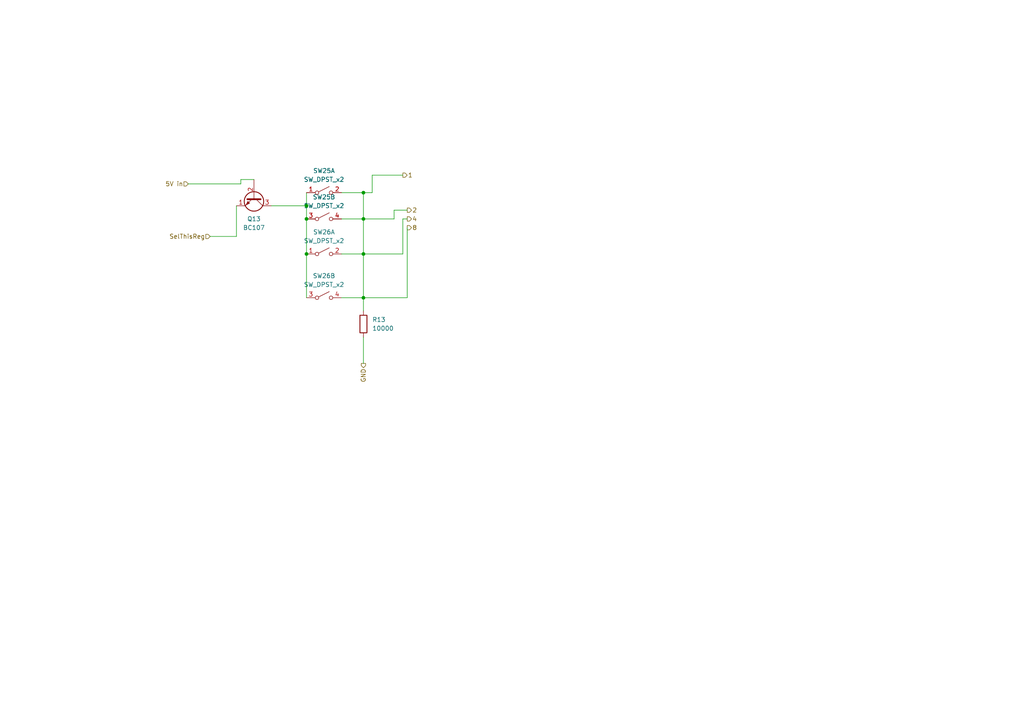
<source format=kicad_sch>
(kicad_sch (version 20250114) (generator "eeschema") (generator_version "9.0")
  (paper "A4")
  (lib_symbols
    (symbol "Device:R" (pin_numbers (hide yes)) (pin_names (offset 0))
      (property "Reference" "R" (at 2.032 0 90))
      (property "Value" "R" (at 0 0 90))
      (symbol "R_0_1"
        (rectangle (start -1.016 -2.54) (end 1.016 2.54) (stroke (width 0.254)))
      )
      (symbol "R_1_1"
        (pin passive line (at 0 3.81 270) (length 1.27) (name "~") (number "1"))
        (pin passive line (at 0 -3.81 90) (length 1.27) (name "~") (number "2"))
      )
    )
    (symbol "Switch:SW_DPST_x2" (pin_names (offset 0) (hide yes))
      (property "Reference" "SW" (at 0 3.175 0))
      (property "Value" "SW_DPST_x2" (at 0 -2.54 0))
      (symbol "SW_DPST_x2_0_0"
        (circle (center -2.032 0) (radius 0.508))
        (polyline (pts (xy -1.524 0.254) (xy 1.524 1.778)))
        (circle (center 2.032 0) (radius 0.508))
      )
      (symbol "SW_DPST_x2_1_1"
        (pin passive line (at -5.08 0 0) (length 2.54) (name "A") (number "1"))
        (pin passive line (at 5.08 0 180) (length 2.54) (name "B") (number "2"))
      )
      (symbol "SW_DPST_x2_2_1"
        (pin passive line (at -5.08 0 0) (length 2.54) (name "A") (number "3"))
        (pin passive line (at 5.08 0 180) (length 2.54) (name "B") (number "4"))
      )
    )
    (symbol "Transistor_BJT:BC107" (pin_names (offset 0) (hide yes))
      (property "Reference" "Q" (at 5.08 1.905 0))
      (property "Value" "BC107" (at 5.08 0 0))
      (symbol "BC107_0_1"
        (polyline (pts (xy 0.635 1.905) (xy 0.635 -1.905) (xy 0.635 -1.905)) (stroke (width 0.508)))
        (polyline (pts (xy 0.635 0.635) (xy 2.54 2.54)))
        (polyline (pts (xy 0.635 -0.635) (xy 2.54 -2.54) (xy 2.54 -2.54)))
        (circle (center 1.27 0) (radius 2.8194) (stroke (width 0.254)))
        (polyline (pts (xy 1.27 -1.778) (xy 1.778 -1.27) (xy 2.286 -2.286) (xy 1.27 -1.778) (xy 1.27 -1.778)) (fill (type outline)))
      )
      (symbol "BC107_1_1"
        (pin input line (at -5.08 0 0) (length 5.715) (name "B") (number "2"))
        (pin passive line (at 2.54 5.08 270) (length 2.54) (name "C") (number "3"))
        (pin passive line (at 2.54 -5.08 90) (length 2.54) (name "E") (number "1"))
      )
    )
  )
  (junction (at 88.9 73.66))
  (junction (at 105.41 73.66))
  (junction (at 105.41 63.5))
  (junction (at 105.41 55.88))
  (junction (at 88.9 59.69))
  (junction (at 105.41 86.36))
  (junction (at 88.9 63.5))
  (wire (pts (xy 107.95 50.8) (xy 116.84 50.8)))
  (wire (pts (xy 54.61 53.34) (xy 69.85 53.34)))
  (wire (pts (xy 99.06 73.66) (xy 105.41 73.66)))
  (wire (pts (xy 99.06 55.88) (xy 105.41 55.88)))
  (wire (pts (xy 118.11 86.36) (xy 105.41 86.36)))
  (wire (pts (xy 105.41 55.88) (xy 107.95 55.88)))
  (wire (pts (xy 105.41 86.36) (xy 99.06 86.36)))
  (wire (pts (xy 118.11 66.04) (xy 118.11 86.36)))
  (wire (pts (xy 88.9 63.5) (xy 88.9 73.66)))
  (wire (pts (xy 105.41 86.36) (xy 105.41 90.17)))
  (wire (pts (xy 107.95 55.88) (xy 107.95 50.8)))
  (wire (pts (xy 116.84 63.5) (xy 118.11 63.5)))
  (wire (pts (xy 88.9 73.66) (xy 88.9 86.36)))
  (wire (pts (xy 69.85 53.34) (xy 69.85 52.07)))
  (wire (pts (xy 114.3 63.5) (xy 114.3 60.96)))
  (wire (pts (xy 78.74 59.69) (xy 88.9 59.69)))
  (wire (pts (xy 114.3 60.96) (xy 118.11 60.96)))
  (wire (pts (xy 60.96 68.58) (xy 68.58 68.58)))
  (wire (pts (xy 105.41 97.79) (xy 105.41 105.41)))
  (wire (pts (xy 88.9 55.88) (xy 88.9 59.69)))
  (wire (pts (xy 105.41 73.66) (xy 116.84 73.66)))
  (wire (pts (xy 105.41 63.5) (xy 105.41 73.66)))
  (wire (pts (xy 105.41 73.66) (xy 105.41 86.36)))
  (wire (pts (xy 105.41 63.5) (xy 114.3 63.5)))
  (wire (pts (xy 105.41 55.88) (xy 105.41 63.5)))
  (wire (pts (xy 99.06 63.5) (xy 105.41 63.5)))
  (wire (pts (xy 68.58 59.69) (xy 68.58 68.58)))
  (wire (pts (xy 88.9 59.69) (xy 88.9 63.5)))
  (wire (pts (xy 116.84 73.66) (xy 116.84 63.5)))
  (wire (pts (xy 69.85 52.07) (xy 73.66 52.07)))
  (hierarchical_label "1" (shape output) (at 116.84 50.8 0))
  (hierarchical_label "2" (shape output) (at 118.11 60.96 0))
  (hierarchical_label "8" (shape output) (at 118.11 66.04 0))
  (hierarchical_label "4" (shape output) (at 118.11 63.5 0))
  (hierarchical_label "GND" (shape output) (at 105.41 105.41 270))
  (hierarchical_label "5V in" (shape input) (at 54.61 53.34 180))
  (hierarchical_label "SelThisReg" (shape input) (at 60.96 68.58 180))
  (symbol (lib_id "Transistor_BJT:BC107") (at 73.66 57.15 270) (unit 1)
    (property "Reference" "Q1" (at 73.66 63.5 90))
    (property "Value" "BC107" (at 73.66 66.04 90))
    (property "Footprint" "Fuse:Fuse_0603_1608Metric" (effects (hide yes)))
    (property "Datasheet" "http://www.b-kainka.de/Daten/Transistor/BC108.pdf" (effects (hide yes)))
    (property "Description" "0.1A Ic, 50V Vce, Low Noise General Purpose NPN Transistor, TO-18" (effects (hide yes)))
    (instances (project "to_ROMRAM_using_SWRegisters" (path "" (reference "Q13") (unit 1)) (path "" (reference "Q11") (unit 1)) (path "" (reference "Q6") (unit 1)) (path "" (reference "Q2") (unit 1)) (path "" (reference "Q4") (unit 1)) (path "" (reference "Q5") (unit 1)) (path "" (reference "Q7") (unit 1)) (path "" (reference "Q10") (unit 1)) (path "" (reference "Q3") (unit 1)) (path "" (reference "Q12") (unit 1)) (path "" (reference "Q16") (unit 1)) (path "" (reference "Q8") (unit 1)) (path "" (reference "Q15") (unit 1)) (path "" (reference "Q14") (unit 1)) (path "" (reference "Q1") (unit 1)) (path "" (reference "Q9") (unit 1))))
  )
  (symbol (lib_id "Switch:SW_DPST_x2") (at 93.98 63.5 0) (unit 2)
    (property "Reference" "SW1" (at 93.98 57.15 0))
    (property "Value" "SW_DPST_x2" (at 93.98 59.69 0))
    (property "Description" "Single Pole Single Throw (SPST) switch, separate symbol" (effects (hide yes)))
    (instances (project "to_ROMRAM_using_SWRegisters" (path "" (reference "SW25") (unit 2)) (path "" (reference "SW21") (unit 2)) (path "" (reference "SW11") (unit 2)) (path "" (reference "SW3") (unit 2)) (path "" (reference "SW7") (unit 2)) (path "" (reference "SW9") (unit 2)) (path "" (reference "SW13") (unit 2)) (path "" (reference "SW19") (unit 2)) (path "" (reference "SW5") (unit 2)) (path "" (reference "SW23") (unit 2)) (path "" (reference "SW31") (unit 2)) (path "" (reference "SW15") (unit 2)) (path "" (reference "SW29") (unit 2)) (path "" (reference "SW27") (unit 2)) (path "" (reference "SW1") (unit 2)) (path "" (reference "SW17") (unit 2))))
  )
  (symbol (lib_id "Switch:SW_DPST_x2") (at 93.98 86.36 0) (unit 2)
    (property "Reference" "SW2" (at 93.98 80.01 0))
    (property "Value" "SW_DPST_x2" (at 93.98 82.55 0))
    (property "Description" "Single Pole Single Throw (SPST) switch, separate symbol" (effects (hide yes)))
    (instances (project "to_ROMRAM_using_SWRegisters" (path "" (reference "SW26") (unit 2)) (path "" (reference "SW22") (unit 2)) (path "" (reference "SW12") (unit 2)) (path "" (reference "SW4") (unit 2)) (path "" (reference "SW8") (unit 2)) (path "" (reference "SW10") (unit 2)) (path "" (reference "SW14") (unit 2)) (path "" (reference "SW20") (unit 2)) (path "" (reference "SW6") (unit 2)) (path "" (reference "SW24") (unit 2)) (path "" (reference "SW32") (unit 2)) (path "" (reference "SW16") (unit 2)) (path "" (reference "SW30") (unit 2)) (path "" (reference "SW28") (unit 2)) (path "" (reference "SW2") (unit 2)) (path "" (reference "SW18") (unit 2))))
  )
  (symbol (lib_id "Device:R") (at 105.41 93.98 0) (unit 1)
    (property "Reference" "R1" (at 107.95 92.7099 0) (effects (justify left)))
    (property "Value" "10000" (at 107.95 95.2499 0) (effects (justify left)))
    (property "Footprint" "easyeda (1):DIP-14_L19.0-W7.0-P2.54-LS7.6-BL" (effects (hide yes)))
    (property "Description" "Resistor" (effects (hide yes)))
    (instances (project "to_ROMRAM_using_SWRegisters" (path "" (reference "R13") (unit 1)) (path "" (reference "R11") (unit 1)) (path "" (reference "R6") (unit 1)) (path "" (reference "R2") (unit 1)) (path "" (reference "R4") (unit 1)) (path "" (reference "R5") (unit 1)) (path "" (reference "R7") (unit 1)) (path "" (reference "R10") (unit 1)) (path "" (reference "R3") (unit 1)) (path "" (reference "R12") (unit 1)) (path "" (reference "R16") (unit 1)) (path "" (reference "R8") (unit 1)) (path "" (reference "R15") (unit 1)) (path "" (reference "R14") (unit 1)) (path "" (reference "R1") (unit 1)) (path "" (reference "R9") (unit 1))))
  )
  (symbol (lib_id "Switch:SW_DPST_x2") (at 93.98 73.66 0) (unit 1)
    (property "Reference" "SW2" (at 93.98 67.31 0))
    (property "Value" "SW_DPST_x2" (at 93.98 69.85 0))
    (property "Description" "Single Pole Single Throw (SPST) switch, separate symbol" (effects (hide yes)))
    (instances (project "to_ROMRAM_using_SWRegisters" (path "" (reference "SW26") (unit 1)) (path "" (reference "SW22") (unit 1)) (path "" (reference "SW12") (unit 1)) (path "" (reference "SW4") (unit 1)) (path "" (reference "SW8") (unit 1)) (path "" (reference "SW10") (unit 1)) (path "" (reference "SW14") (unit 1)) (path "" (reference "SW20") (unit 1)) (path "" (reference "SW6") (unit 1)) (path "" (reference "SW24") (unit 1)) (path "" (reference "SW32") (unit 1)) (path "" (reference "SW16") (unit 1)) (path "" (reference "SW30") (unit 1)) (path "" (reference "SW28") (unit 1)) (path "" (reference "SW2") (unit 1)) (path "" (reference "SW18") (unit 1))))
  )
  (symbol (lib_id "Switch:SW_DPST_x2") (at 93.98 55.88 0) (unit 1)
    (property "Reference" "SW1" (at 93.98 49.53 0))
    (property "Value" "SW_DPST_x2" (at 93.98 52.07 0))
    (property "Description" "Single Pole Single Throw (SPST) switch, separate symbol" (effects (hide yes)))
    (instances (project "to_ROMRAM_using_SWRegisters" (path "" (reference "SW25") (unit 1)) (path "" (reference "SW21") (unit 1)) (path "" (reference "SW11") (unit 1)) (path "" (reference "SW3") (unit 1)) (path "" (reference "SW7") (unit 1)) (path "" (reference "SW9") (unit 1)) (path "" (reference "SW13") (unit 1)) (path "" (reference "SW19") (unit 1)) (path "" (reference "SW5") (unit 1)) (path "" (reference "SW23") (unit 1)) (path "" (reference "SW31") (unit 1)) (path "" (reference "SW15") (unit 1)) (path "" (reference "SW29") (unit 1)) (path "" (reference "SW27") (unit 1)) (path "" (reference "SW1") (unit 1)) (path "" (reference "SW17") (unit 1))))
  )
)
</source>
